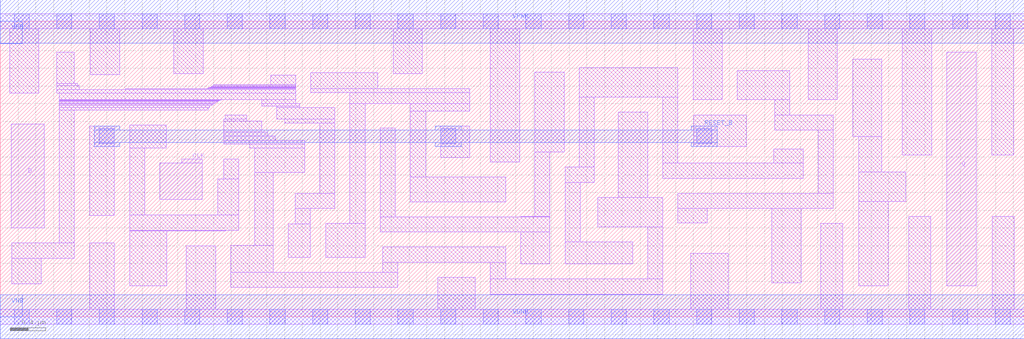
<source format=lef>
# Copyright 2020 The SkyWater PDK Authors
#
# Licensed under the Apache License, Version 2.0 (the "License");
# you may not use this file except in compliance with the License.
# You may obtain a copy of the License at
#
#     https://www.apache.org/licenses/LICENSE-2.0
#
# Unless required by applicable law or agreed to in writing, software
# distributed under the License is distributed on an "AS IS" BASIS,
# WITHOUT WARRANTIES OR CONDITIONS OF ANY KIND, either express or implied.
# See the License for the specific language governing permissions and
# limitations under the License.
#
# SPDX-License-Identifier: Apache-2.0

VERSION 5.5 ;
NAMESCASESENSITIVE ON ;
BUSBITCHARS "[]" ;
DIVIDERCHAR "/" ;
MACRO sky130_fd_sc_hs__dfrtp_2
  CLASS CORE ;
  SOURCE USER ;
  ORIGIN  0.000000  0.000000 ;
  SIZE  11.52000 BY  3.330000 ;
  SYMMETRY X Y R90 ;
  SITE unit ;
  PIN D
    ANTENNAGATEAREA  0.126000 ;
    DIRECTION INPUT ;
    USE SIGNAL ;
    PORT
      LAYER li1 ;
        RECT 0.125000 1.000000 0.495000 2.170000 ;
    END
  END D
  PIN Q
    ANTENNADIFFAREA  0.543200 ;
    DIRECTION OUTPUT ;
    USE SIGNAL ;
    PORT
      LAYER li1 ;
        RECT 10.650000 0.350000 10.980000 2.980000 ;
    END
  END Q
  PIN RESET_B
    ANTENNAGATEAREA  0.378000 ;
    DIRECTION INPUT ;
    USE SIGNAL ;
    PORT
      LAYER met1 ;
        RECT 1.055000 1.920000 1.345000 1.965000 ;
        RECT 1.055000 1.965000 8.065000 2.105000 ;
        RECT 1.055000 2.105000 1.345000 2.150000 ;
        RECT 4.895000 1.920000 5.185000 1.965000 ;
        RECT 4.895000 2.105000 5.185000 2.150000 ;
        RECT 7.775000 1.920000 8.065000 1.965000 ;
        RECT 7.775000 2.105000 8.065000 2.150000 ;
    END
  END RESET_B
  PIN CLK
    ANTENNAGATEAREA  0.261000 ;
    DIRECTION INPUT ;
    USE CLOCK ;
    PORT
      LAYER li1 ;
        RECT 1.795000 1.320000 2.275000 1.730000 ;
        RECT 2.045000 1.730000 2.275000 1.780000 ;
    END
  END CLK
  PIN VGND
    DIRECTION INOUT ;
    USE GROUND ;
    PORT
      LAYER met1 ;
        RECT 0.000000 -0.245000 11.520000 0.245000 ;
    END
  END VGND
  PIN VNB
    DIRECTION INOUT ;
    USE GROUND ;
    PORT
      LAYER met1 ;
        RECT 0.000000 0.000000 0.250000 0.250000 ;
    END
  END VNB
  PIN VPB
    DIRECTION INOUT ;
    USE POWER ;
    PORT
      LAYER met1 ;
        RECT 0.000000 3.080000 0.250000 3.330000 ;
    END
  END VPB
  PIN VPWR
    DIRECTION INOUT ;
    USE POWER ;
    PORT
      LAYER met1 ;
        RECT 0.000000 3.085000 11.520000 3.575000 ;
    END
  END VPWR
  OBS
    LAYER li1 ;
      RECT  0.000000 -0.085000 11.520000 0.085000 ;
      RECT  0.000000  3.245000 11.520000 3.415000 ;
      RECT  0.105000  2.520000  0.435000 3.245000 ;
      RECT  0.130000  0.370000  0.460000 0.660000 ;
      RECT  0.130000  0.660000  0.835000 0.830000 ;
      RECT  0.635000  2.520000  3.325000 2.560000 ;
      RECT  0.635000  2.560000  0.890000 2.605000 ;
      RECT  0.635000  2.605000  0.870000 2.630000 ;
      RECT  0.635000  2.630000  0.835000 2.980000 ;
      RECT  0.665000  0.830000  0.835000 2.330000 ;
      RECT  0.665000  2.330000  2.340000 2.355000 ;
      RECT  0.665000  2.355000  2.360000 2.380000 ;
      RECT  0.665000  2.380000  2.385000 2.395000 ;
      RECT  0.665000  2.395000  2.405000 2.405000 ;
      RECT  0.665000  2.405000  2.420000 2.420000 ;
      RECT  0.665000  2.420000  2.440000 2.430000 ;
      RECT  0.665000  2.430000  2.460000 2.435000 ;
      RECT  0.665000  2.435000  2.470000 2.440000 ;
      RECT  0.665000  2.440000  2.485000 2.445000 ;
      RECT  0.665000  2.445000  3.325000 2.520000 ;
      RECT  1.005000  0.085000  1.285000 0.830000 ;
      RECT  1.005000  1.140000  1.285000 2.150000 ;
      RECT  1.015000  2.730000  1.345000 3.245000 ;
      RECT  1.405000  2.560000  3.325000 2.570000 ;
      RECT  1.455000  0.350000  1.875000 0.970000 ;
      RECT  1.455000  0.970000  2.540000 0.975000 ;
      RECT  1.455000  0.975000  2.685000 1.150000 ;
      RECT  1.455000  1.150000  1.625000 1.900000 ;
      RECT  1.455000  1.900000  1.865000 2.160000 ;
      RECT  1.955000  2.740000  2.285000 3.245000 ;
      RECT  2.095000  0.085000  2.425000 0.800000 ;
      RECT  2.330000  2.570000  3.325000 2.575000 ;
      RECT  2.345000  2.575000  3.325000 2.580000 ;
      RECT  2.355000  2.580000  3.325000 2.585000 ;
      RECT  2.365000  2.585000  3.325000 2.590000 ;
      RECT  2.375000  2.590000  3.325000 2.595000 ;
      RECT  2.390000  2.595000  3.325000 2.605000 ;
      RECT  2.405000  2.605000  3.325000 2.615000 ;
      RECT  2.445000  1.150000  2.685000 1.550000 ;
      RECT  2.515000  1.550000  2.685000 1.775000 ;
      RECT  2.515000  1.945000  3.425000 1.985000 ;
      RECT  2.515000  1.985000  3.095000 2.035000 ;
      RECT  2.515000  2.035000  3.010000 2.080000 ;
      RECT  2.515000  2.080000  2.940000 2.205000 ;
      RECT  2.515000  2.205000  2.775000 2.230000 ;
      RECT  2.530000  2.230000  2.775000 2.275000 ;
      RECT  2.595000  0.330000  4.475000 0.500000 ;
      RECT  2.595000  0.500000  3.070000 0.805000 ;
      RECT  2.810000  1.900000  3.425000 1.945000 ;
      RECT  2.865000  0.805000  3.070000 1.625000 ;
      RECT  2.865000  1.625000  3.425000 1.900000 ;
      RECT  2.945000  2.375000  3.370000 2.400000 ;
      RECT  2.945000  2.400000  3.325000 2.445000 ;
      RECT  3.045000  2.615000  3.325000 2.725000 ;
      RECT  3.110000  2.230000  3.765000 2.355000 ;
      RECT  3.110000  2.355000  3.370000 2.375000 ;
      RECT  3.200000  2.185000  3.765000 2.230000 ;
      RECT  3.240000  0.670000  3.490000 1.045000 ;
      RECT  3.320000  1.045000  3.490000 1.220000 ;
      RECT  3.320000  1.220000  3.765000 1.390000 ;
      RECT  3.495000  2.525000  5.285000 2.570000 ;
      RECT  3.495000  2.570000  4.250000 2.750000 ;
      RECT  3.595000  1.390000  3.765000 2.185000 ;
      RECT  3.660000  0.670000  4.105000 1.050000 ;
      RECT  3.935000  1.050000  4.105000 2.400000 ;
      RECT  3.935000  2.400000  5.285000 2.525000 ;
      RECT  4.275000  0.955000  6.185000 1.125000 ;
      RECT  4.275000  1.125000  4.445000 2.125000 ;
      RECT  4.305000  0.500000  4.475000 0.615000 ;
      RECT  4.305000  0.615000  5.685000 0.785000 ;
      RECT  4.420000  2.740000  4.750000 3.245000 ;
      RECT  4.615000  1.295000  5.685000 1.575000 ;
      RECT  4.615000  1.575000  4.785000 2.320000 ;
      RECT  4.615000  2.320000  5.285000 2.400000 ;
      RECT  4.920000  0.085000  5.345000 0.445000 ;
      RECT  4.955000  1.795000  5.285000 2.150000 ;
      RECT  5.515000  0.255000  7.455000 0.425000 ;
      RECT  5.515000  0.425000  5.685000 0.615000 ;
      RECT  5.515000  1.745000  5.845000 3.245000 ;
      RECT  5.855000  0.595000  6.185000 0.955000 ;
      RECT  5.855000  1.125000  6.185000 1.130000 ;
      RECT  6.015000  1.130000  6.185000 1.855000 ;
      RECT  6.015000  1.855000  6.345000 2.755000 ;
      RECT  6.355000  0.595000  7.115000 0.845000 ;
      RECT  6.355000  0.845000  6.525000 1.515000 ;
      RECT  6.355000  1.515000  6.685000 1.685000 ;
      RECT  6.515000  1.685000  6.685000 2.475000 ;
      RECT  6.515000  2.475000  7.625000 2.805000 ;
      RECT  6.725000  1.015000  7.455000 1.345000 ;
      RECT  6.955000  1.345000  7.285000 2.305000 ;
      RECT  7.285000  0.425000  7.455000 1.015000 ;
      RECT  7.455000  1.560000  9.035000 1.730000 ;
      RECT  7.455000  1.730000  7.625000 2.475000 ;
      RECT  7.625000  1.060000  7.955000 1.220000 ;
      RECT  7.625000  1.220000  9.375000 1.390000 ;
      RECT  7.770000  0.085000  8.190000 0.715000 ;
      RECT  7.795000  2.445000  8.125000 3.245000 ;
      RECT  7.805000  1.920000  8.395000 2.275000 ;
      RECT  8.295000  2.445000  8.885000 2.775000 ;
      RECT  8.680000  0.385000  9.010000 1.220000 ;
      RECT  8.705000  1.730000  9.035000 1.890000 ;
      RECT  8.715000  2.105000  9.375000 2.275000 ;
      RECT  8.715000  2.275000  8.885000 2.445000 ;
      RECT  9.090000  2.445000  9.420000 3.245000 ;
      RECT  9.205000  1.390000  9.375000 2.105000 ;
      RECT  9.230000  0.085000  9.480000 1.050000 ;
      RECT  9.590000  2.030000  9.920000 2.905000 ;
      RECT  9.660000  0.350000  9.990000 1.300000 ;
      RECT  9.660000  1.300000 10.190000 1.630000 ;
      RECT  9.660000  1.630000  9.920000 2.030000 ;
      RECT 10.150000  1.820000 10.480000 3.245000 ;
      RECT 10.220000  0.085000 10.470000 1.130000 ;
      RECT 11.155000  1.820000 11.405000 3.245000 ;
      RECT 11.160000  0.085000 11.410000 1.130000 ;
    LAYER mcon ;
      RECT  0.155000 -0.085000  0.325000 0.085000 ;
      RECT  0.155000  3.245000  0.325000 3.415000 ;
      RECT  0.635000 -0.085000  0.805000 0.085000 ;
      RECT  0.635000  3.245000  0.805000 3.415000 ;
      RECT  1.115000 -0.085000  1.285000 0.085000 ;
      RECT  1.115000  1.950000  1.285000 2.120000 ;
      RECT  1.115000  3.245000  1.285000 3.415000 ;
      RECT  1.595000 -0.085000  1.765000 0.085000 ;
      RECT  1.595000  3.245000  1.765000 3.415000 ;
      RECT  2.075000 -0.085000  2.245000 0.085000 ;
      RECT  2.075000  3.245000  2.245000 3.415000 ;
      RECT  2.555000 -0.085000  2.725000 0.085000 ;
      RECT  2.555000  3.245000  2.725000 3.415000 ;
      RECT  3.035000 -0.085000  3.205000 0.085000 ;
      RECT  3.035000  3.245000  3.205000 3.415000 ;
      RECT  3.515000 -0.085000  3.685000 0.085000 ;
      RECT  3.515000  3.245000  3.685000 3.415000 ;
      RECT  3.995000 -0.085000  4.165000 0.085000 ;
      RECT  3.995000  3.245000  4.165000 3.415000 ;
      RECT  4.475000 -0.085000  4.645000 0.085000 ;
      RECT  4.475000  3.245000  4.645000 3.415000 ;
      RECT  4.955000 -0.085000  5.125000 0.085000 ;
      RECT  4.955000  1.950000  5.125000 2.120000 ;
      RECT  4.955000  3.245000  5.125000 3.415000 ;
      RECT  5.435000 -0.085000  5.605000 0.085000 ;
      RECT  5.435000  3.245000  5.605000 3.415000 ;
      RECT  5.915000 -0.085000  6.085000 0.085000 ;
      RECT  5.915000  3.245000  6.085000 3.415000 ;
      RECT  6.395000 -0.085000  6.565000 0.085000 ;
      RECT  6.395000  3.245000  6.565000 3.415000 ;
      RECT  6.875000 -0.085000  7.045000 0.085000 ;
      RECT  6.875000  3.245000  7.045000 3.415000 ;
      RECT  7.355000 -0.085000  7.525000 0.085000 ;
      RECT  7.355000  3.245000  7.525000 3.415000 ;
      RECT  7.835000 -0.085000  8.005000 0.085000 ;
      RECT  7.835000  1.950000  8.005000 2.120000 ;
      RECT  7.835000  3.245000  8.005000 3.415000 ;
      RECT  8.315000 -0.085000  8.485000 0.085000 ;
      RECT  8.315000  3.245000  8.485000 3.415000 ;
      RECT  8.795000 -0.085000  8.965000 0.085000 ;
      RECT  8.795000  3.245000  8.965000 3.415000 ;
      RECT  9.275000 -0.085000  9.445000 0.085000 ;
      RECT  9.275000  3.245000  9.445000 3.415000 ;
      RECT  9.755000 -0.085000  9.925000 0.085000 ;
      RECT  9.755000  3.245000  9.925000 3.415000 ;
      RECT 10.235000 -0.085000 10.405000 0.085000 ;
      RECT 10.235000  3.245000 10.405000 3.415000 ;
      RECT 10.715000 -0.085000 10.885000 0.085000 ;
      RECT 10.715000  3.245000 10.885000 3.415000 ;
      RECT 11.195000 -0.085000 11.365000 0.085000 ;
      RECT 11.195000  3.245000 11.365000 3.415000 ;
  END
END sky130_fd_sc_hs__dfrtp_2
END LIBRARY

</source>
